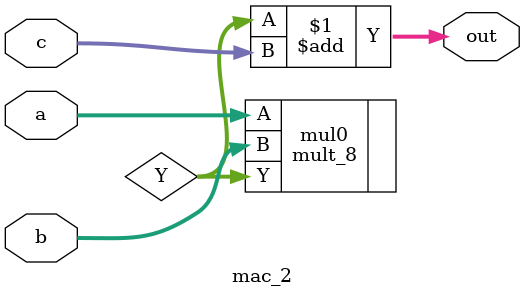
<source format=v>

module mac_2(a, b, c, out);
parameter DATA_WIDTH = 2;  /* declare a parameter. default required */
input [DATA_WIDTH - 1 : 0] a, b, c;
output [DATA_WIDTH - 1 : 0] out;

wire [DATA_WIDTH - 1 : 0] Y;

mult_8 mul0(
    .A(a),
    .B(b),
    .Y(Y)
);

assign out = Y + c;

endmodule










</source>
